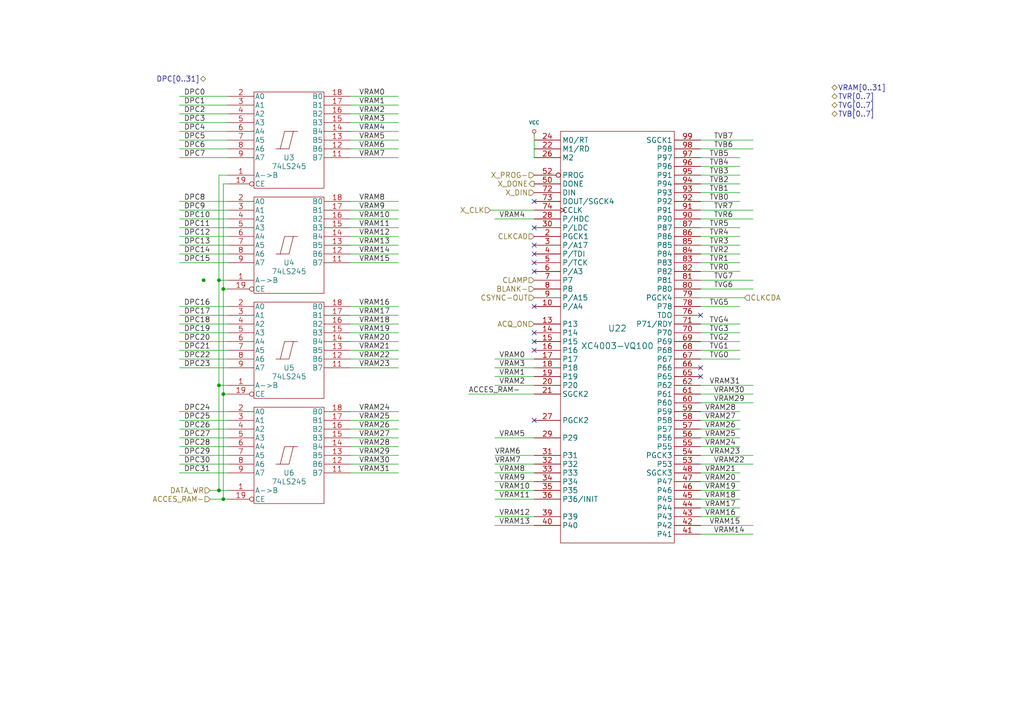
<source format=kicad_sch>
(kicad_sch (version 20200512) (host eeschema "(5.99.0-1722-g89c46e683-dirty)")
  (page 7 8)
  (paper "A4")
  (title_block (title "Video") (date "Sun 22 Mar 2015") (rev "2.0B") (company "Kicad EDA"))
  (lib_symbols
    (symbol "video_schlib:74LS245" (pin_names (offset 0.254))
      (property "Reference" "U" (at 2.54 14.605 0))
      (property "Value" "74LS245" (at 1.27 -14.605 0))
      (symbol "74LS245_0_1"
        (rectangle (start -10.16 13.97) (end 10.16 -13.97))
        (polyline (pts (xy 1.27 2.54) (xy 0 -2.54) (xy -2.54 -2.54)))
        (polyline (pts (xy 2.54 2.54) (xy -1.27 2.54) (xy -2.54 -2.54) (xy -3.81 -2.54)))
      )
      (symbol "74LS245_0_0"
        (pin power_in line (at 0 -13.97 90) (length 0) (name "GND") (number "10") hide)
        (pin power_in line (at 0 13.97 270) (length 0) (name "VCC") (number "20") hide)
      )
      (symbol "74LS245_1_1"
        (pin input line (at -17.78 -10.16 0) (length 7.62) (name "A->B") (number "1"))
        (pin tri_state line (at 17.78 -5.08 180) (length 7.62) (name "B7") (number "11"))
        (pin tri_state line (at 17.78 -2.54 180) (length 7.62) (name "B6") (number "12"))
        (pin tri_state line (at 17.78 0 180) (length 7.62) (name "B5") (number "13"))
        (pin tri_state line (at 17.78 2.54 180) (length 7.62) (name "B4") (number "14"))
        (pin tri_state line (at 17.78 5.08 180) (length 7.62) (name "B3") (number "15"))
        (pin tri_state line (at 17.78 7.62 180) (length 7.62) (name "B2") (number "16"))
        (pin tri_state line (at 17.78 10.16 180) (length 7.62) (name "B1") (number "17"))
        (pin tri_state line (at 17.78 12.7 180) (length 7.62) (name "B0") (number "18"))
        (pin input inverted (at -17.78 -12.7 0) (length 7.62) (name "CE") (number "19"))
        (pin tri_state line (at -17.78 12.7 0) (length 7.62) (name "A0") (number "2"))
        (pin tri_state line (at -17.78 10.16 0) (length 7.62) (name "A1") (number "3"))
        (pin tri_state line (at -17.78 7.62 0) (length 7.62) (name "A2") (number "4"))
        (pin tri_state line (at -17.78 5.08 0) (length 7.62) (name "A3") (number "5"))
        (pin tri_state line (at -17.78 2.54 0) (length 7.62) (name "A4") (number "6"))
        (pin tri_state line (at -17.78 0 0) (length 7.62) (name "A5") (number "7"))
        (pin tri_state line (at -17.78 -2.54 0) (length 7.62) (name "A6") (number "8"))
        (pin tri_state line (at -17.78 -5.08 0) (length 7.62) (name "A7") (number "9"))
      )
    )
    (symbol "video_schlib:VCC" (power) (pin_names (offset 0))
      (property "Value" "VCC" (at 0 2.54 0))
      (symbol "VCC_0_1"
        (circle (center 0 1.27) (radius 0.508))
        (polyline (pts (xy 0 0) (xy 0 0.762) (xy 0 0.762)))
      )
      (symbol "VCC_0_0"
        (pin power_in line (at 0 0 90) (length 0) (name "VCC") (number "1") hide)
      )
    )
    (symbol "video_schlib:XC4003-VQ100"
      (property "Reference" "U" (at 0 2.54 0))
      (property "Value" "XC4003-VQ100" (at 0 -2.54 0))
      (symbol "XC4003-VQ100_0_1"
        (rectangle (start -16.51 -59.69) (end 16.51 59.69))
      )
      (symbol "XC4003-VQ100_1_1"
        (pin power_in line (at -13.97 -59.69 90) (length 0) (name "GND") (number "1") hide)
        (pin passive line (at -24.13 8.89 0) (length 7.62) (name "P/A4") (number "10"))
        (pin power_in line (at 3.81 59.69 270) (length 0) (name "VCC") (number "100") hide)
        (pin power_in line (at -11.43 -59.69 90) (length 0) (name "GND") (number "11") hide)
        (pin power_in line (at -13.97 59.69 270) (length 0) (name "VCC") (number "12") hide)
        (pin bidirectional line (at -24.13 3.81 0) (length 7.62) (name "P13") (number "13"))
        (pin passive line (at -24.13 1.27 0) (length 7.62) (name "P14") (number "14"))
        (pin passive line (at -24.13 -1.27 0) (length 7.62) (name "P15") (number "15"))
        (pin passive line (at -24.13 -3.81 0) (length 7.62) (name "P16") (number "16"))
        (pin passive line (at -24.13 -6.35 0) (length 7.62) (name "P17") (number "17"))
        (pin passive line (at -24.13 -8.89 0) (length 7.62) (name "P18") (number "18"))
        (pin passive line (at -24.13 -11.43 0) (length 7.62) (name "P19") (number "19"))
        (pin passive line (at -24.13 29.21 0) (length 7.62) (name "PGCK1") (number "2"))
        (pin passive line (at -24.13 -13.97 0) (length 7.62) (name "P20") (number "20"))
        (pin passive line (at -24.13 -16.51 0) (length 7.62) (name "SGCK2") (number "21"))
        (pin input line (at -24.13 54.61 0) (length 7.62) (name "M1/RD") (number "22"))
        (pin power_in line (at -8.89 -59.69 90) (length 0) (name "GND") (number "23") hide)
        (pin input line (at -24.13 57.15 0) (length 7.62) (name "M0/RT") (number "24"))
        (pin power_in line (at -11.43 59.69 270) (length 0) (name "VCC") (number "25") hide)
        (pin passive line (at -24.13 52.07 0) (length 7.62) (name "M2") (number "26"))
        (pin passive line (at -24.13 -24.13 0) (length 7.62) (name "PGCK2") (number "27"))
        (pin passive line (at -24.13 34.29 0) (length 7.62) (name "P/HDC") (number "28"))
        (pin passive line (at -24.13 -29.21 0) (length 7.62) (name "P29") (number "29"))
        (pin passive line (at -24.13 26.67 0) (length 7.62) (name "P/A17") (number "3"))
        (pin passive line (at -24.13 31.75 0) (length 7.62) (name "P/LDC") (number "30"))
        (pin passive line (at -24.13 -34.29 0) (length 7.62) (name "P31") (number "31"))
        (pin passive line (at -24.13 -36.83 0) (length 7.62) (name "P32") (number "32"))
        (pin passive line (at -24.13 -39.37 0) (length 7.62) (name "P33") (number "33"))
        (pin passive line (at -24.13 -41.91 0) (length 7.62) (name "P34") (number "34"))
        (pin passive line (at -24.13 -44.45 0) (length 7.62) (name "P35") (number "35"))
        (pin passive line (at -24.13 -46.99 0) (length 7.62) (name "P36/INIT") (number "36"))
        (pin power_in line (at -8.89 59.69 270) (length 0) (name "VCC") (number "37") hide)
        (pin power_in line (at -6.35 -59.69 90) (length 0) (name "GND") (number "38") hide)
        (pin passive line (at -24.13 -52.07 0) (length 7.62) (name "P39") (number "39"))
        (pin passive line (at -24.13 24.13 0) (length 7.62) (name "P/TDI") (number "4"))
        (pin passive line (at -24.13 -54.61 0) (length 7.62) (name "P40") (number "40"))
        (pin passive line (at 24.13 -57.15 180) (length 7.62) (name "P41") (number "41"))
        (pin passive line (at 24.13 -54.61 180) (length 7.62) (name "P42") (number "42"))
        (pin passive line (at 24.13 -52.07 180) (length 7.62) (name "P43") (number "43"))
        (pin passive line (at 24.13 -49.53 180) (length 7.62) (name "P44") (number "44"))
        (pin passive line (at 24.13 -46.99 180) (length 7.62) (name "P45") (number "45"))
        (pin passive line (at 24.13 -44.45 180) (length 7.62) (name "P46") (number "46"))
        (pin passive line (at 24.13 -41.91 180) (length 7.62) (name "P47") (number "47"))
        (pin passive line (at 24.13 -39.37 180) (length 7.62) (name "SGCK3") (number "48"))
        (pin power_in line (at -3.81 -59.69 90) (length 0) (name "GND") (number "49") hide)
        (pin passive line (at -24.13 21.59 0) (length 7.62) (name "P/TCK") (number "5"))
        (pin open_collector line (at -24.13 44.45 0) (length 7.62) (name "DONE") (number "50"))
        (pin power_in line (at -6.35 59.69 270) (length 0) (name "VCC") (number "51") hide)
        (pin input inverted (at -24.13 46.99 0) (length 7.62) (name "PROG") (number "52"))
        (pin bidirectional line (at 24.13 -36.83 180) (length 7.62) (name "P53") (number "53"))
        (pin bidirectional line (at 24.13 -34.29 180) (length 7.62) (name "PGCK3") (number "54"))
        (pin passive line (at 24.13 -31.75 180) (length 7.62) (name "P55") (number "55"))
        (pin bidirectional line (at 24.13 -29.21 180) (length 7.62) (name "P56") (number "56"))
        (pin passive line (at 24.13 -26.67 180) (length 7.62) (name "P57") (number "57"))
        (pin passive line (at 24.13 -24.13 180) (length 7.62) (name "P58") (number "58"))
        (pin passive line (at 24.13 -21.59 180) (length 7.62) (name "P59") (number "59"))
        (pin passive line (at -24.13 19.05 0) (length 7.62) (name "P/A3") (number "6"))
        (pin passive line (at 24.13 -19.05 180) (length 7.62) (name "P60") (number "60"))
        (pin passive line (at 24.13 -16.51 180) (length 7.62) (name "P61") (number "61"))
        (pin passive line (at 24.13 -13.97 180) (length 7.62) (name "P62") (number "62"))
        (pin power_in line (at -3.81 59.69 270) (length 0) (name "VCC") (number "63") hide)
        (pin power_in line (at -1.27 -59.69 90) (length 0) (name "GND") (number "64") hide)
        (pin passive line (at 24.13 -11.43 180) (length 7.62) (name "P65") (number "65"))
        (pin passive line (at 24.13 -8.89 180) (length 7.62) (name "P66") (number "66"))
        (pin passive line (at 24.13 -6.35 180) (length 7.62) (name "P67") (number "67"))
        (pin passive line (at 24.13 -3.81 180) (length 7.62) (name "P68") (number "68"))
        (pin passive line (at 24.13 -1.27 180) (length 7.62) (name "P69") (number "69"))
        (pin passive line (at -24.13 16.51 0) (length 7.62) (name "P7") (number "7"))
        (pin passive line (at 24.13 1.27 180) (length 7.62) (name "P70") (number "70"))
        (pin passive line (at 24.13 3.81 180) (length 7.62) (name "P71/RDY") (number "71"))
        (pin passive line (at -24.13 41.91 0) (length 7.62) (name "DIN") (number "72"))
        (pin passive line (at -24.13 39.37 0) (length 7.62) (name "DOUT/SGCK4") (number "73"))
        (pin input clock (at -24.13 36.83 0) (length 7.62) (name "CCLK") (number "74"))
        (pin power_in line (at -1.27 59.69 270) (length 0) (name "VCC") (number "75") hide)
        (pin output line (at 24.13 6.35 180) (length 7.62) (name "TDO") (number "76"))
        (pin power_in line (at 1.27 -59.69 90) (length 0) (name "GND") (number "77") hide)
        (pin passive line (at 24.13 8.89 180) (length 7.62) (name "P78") (number "78"))
        (pin passive line (at 24.13 11.43 180) (length 7.62) (name "PGCK4") (number "79"))
        (pin passive line (at -24.13 13.97 0) (length 7.62) (name "P8") (number "8"))
        (pin passive line (at 24.13 13.97 180) (length 7.62) (name "P80") (number "80"))
        (pin passive line (at 24.13 16.51 180) (length 7.62) (name "P81") (number "81"))
        (pin passive line (at 24.13 19.05 180) (length 7.62) (name "P82") (number "82"))
        (pin passive line (at 24.13 21.59 180) (length 7.62) (name "P83") (number "83"))
        (pin passive line (at 24.13 24.13 180) (length 7.62) (name "P84") (number "84"))
        (pin passive line (at 24.13 26.67 180) (length 7.62) (name "P85") (number "85"))
        (pin passive line (at 24.13 29.21 180) (length 7.62) (name "P86") (number "86"))
        (pin passive line (at 24.13 31.75 180) (length 7.62) (name "P87") (number "87"))
        (pin power_in line (at 3.81 -59.69 90) (length 0) (name "GND") (number "88") hide)
        (pin power_in line (at 1.27 59.69 270) (length 0) (name "VCC") (number "89") hide)
        (pin passive line (at -24.13 11.43 0) (length 7.62) (name "P/A15") (number "9"))
        (pin bidirectional line (at 24.13 34.29 180) (length 7.62) (name "P90") (number "90"))
        (pin passive line (at 24.13 36.83 180) (length 7.62) (name "P91") (number "91"))
        (pin passive line (at 24.13 39.37 180) (length 7.62) (name "P92") (number "92"))
        (pin passive line (at 24.13 41.91 180) (length 7.62) (name "P93") (number "93"))
        (pin passive line (at 24.13 44.45 180) (length 7.62) (name "P94") (number "94"))
        (pin passive line (at 24.13 46.99 180) (length 7.62) (name "P91") (number "95"))
        (pin passive line (at 24.13 49.53 180) (length 7.62) (name "P96") (number "96"))
        (pin passive line (at 24.13 52.07 180) (length 7.62) (name "P97") (number "97"))
        (pin bidirectional line (at 24.13 54.61 180) (length 7.62) (name "P98") (number "98"))
        (pin bidirectional line (at 24.13 57.15 180) (length 7.62) (name "SGCK1") (number "99"))
      )
    )
  )
  (junction (at 59.055 81.28))
  (junction (at 63.5 81.28))
  (junction (at 63.5 111.76))
  (junction (at 63.5 142.24))
  (junction (at 64.77 83.82))
  (junction (at 64.77 114.3))
  (junction (at 64.77 144.78))
  (no_connect (at 154.94 76.2))
  (no_connect (at 154.94 78.74))
  (no_connect (at 203.2 106.68))
  (no_connect (at 154.94 101.6))
  (no_connect (at 154.94 96.52))
  (no_connect (at 154.94 73.66))
  (no_connect (at 154.94 71.12))
  (no_connect (at 154.94 88.9))
  (no_connect (at 154.94 58.42))
  (no_connect (at 154.94 99.06))
  (no_connect (at 203.2 91.44))
  (no_connect (at 154.94 66.04))
  (no_connect (at 154.94 121.92))
  (no_connect (at 203.2 109.22))
  (wire (pts (xy 60.96 142.24) (xy 63.5 142.24)))
  (wire (pts (xy 63.5 50.8) (xy 66.04 50.8)))
  (wire (pts (xy 63.5 81.28) (xy 63.5 50.8)))
  (wire (pts (xy 63.5 111.76) (xy 63.5 81.28)))
  (wire (pts (xy 63.5 142.24) (xy 63.5 111.76)))
  (wire (pts (xy 63.5 142.24) (xy 66.04 142.24)))
  (wire (pts (xy 64.77 53.34) (xy 66.04 53.34)))
  (wire (pts (xy 64.77 83.82) (xy 64.77 53.34)))
  (wire (pts (xy 64.77 114.3) (xy 64.77 83.82)))
  (wire (pts (xy 64.77 144.78) (xy 60.96 144.78)))
  (wire (pts (xy 64.77 144.78) (xy 64.77 114.3)))
  (wire (pts (xy 66.04 27.94) (xy 52.07 27.94)))
  (wire (pts (xy 66.04 30.48) (xy 52.07 30.48)))
  (wire (pts (xy 66.04 33.02) (xy 52.07 33.02)))
  (wire (pts (xy 66.04 35.56) (xy 52.07 35.56)))
  (wire (pts (xy 66.04 38.1) (xy 52.07 38.1)))
  (wire (pts (xy 66.04 40.64) (xy 52.07 40.64)))
  (wire (pts (xy 66.04 43.18) (xy 52.07 43.18)))
  (wire (pts (xy 66.04 45.72) (xy 52.07 45.72)))
  (wire (pts (xy 66.04 58.42) (xy 52.07 58.42)))
  (wire (pts (xy 66.04 60.96) (xy 52.07 60.96)))
  (wire (pts (xy 66.04 63.5) (xy 52.07 63.5)))
  (wire (pts (xy 66.04 66.04) (xy 52.07 66.04)))
  (wire (pts (xy 66.04 68.58) (xy 52.07 68.58)))
  (wire (pts (xy 66.04 71.12) (xy 52.07 71.12)))
  (wire (pts (xy 66.04 73.66) (xy 52.07 73.66)))
  (wire (pts (xy 66.04 76.2) (xy 52.07 76.2)))
  (wire (pts (xy 66.04 81.28) (xy 63.5 81.28)))
  (wire (pts (xy 66.04 83.82) (xy 64.77 83.82)))
  (wire (pts (xy 66.04 88.9) (xy 52.07 88.9)))
  (wire (pts (xy 66.04 91.44) (xy 52.07 91.44)))
  (wire (pts (xy 66.04 93.98) (xy 52.07 93.98)))
  (wire (pts (xy 66.04 96.52) (xy 52.07 96.52)))
  (wire (pts (xy 66.04 99.06) (xy 52.07 99.06)))
  (wire (pts (xy 66.04 101.6) (xy 52.07 101.6)))
  (wire (pts (xy 66.04 104.14) (xy 52.07 104.14)))
  (wire (pts (xy 66.04 106.68) (xy 52.07 106.68)))
  (wire (pts (xy 66.04 111.76) (xy 63.5 111.76)))
  (wire (pts (xy 66.04 114.3) (xy 64.77 114.3)))
  (wire (pts (xy 66.04 119.38) (xy 52.07 119.38)))
  (wire (pts (xy 66.04 121.92) (xy 52.07 121.92)))
  (wire (pts (xy 66.04 124.46) (xy 52.07 124.46)))
  (wire (pts (xy 66.04 127) (xy 52.07 127)))
  (wire (pts (xy 66.04 129.54) (xy 52.07 129.54)))
  (wire (pts (xy 66.04 132.08) (xy 52.07 132.08)))
  (wire (pts (xy 66.04 134.62) (xy 52.07 134.62)))
  (wire (pts (xy 66.04 137.16) (xy 52.07 137.16)))
  (wire (pts (xy 66.04 144.78) (xy 64.77 144.78)))
  (wire (pts (xy 101.6 27.94) (xy 115.57 27.94)))
  (wire (pts (xy 101.6 30.48) (xy 115.57 30.48)))
  (wire (pts (xy 101.6 33.02) (xy 115.57 33.02)))
  (wire (pts (xy 101.6 35.56) (xy 115.57 35.56)))
  (wire (pts (xy 101.6 38.1) (xy 115.57 38.1)))
  (wire (pts (xy 101.6 40.64) (xy 115.57 40.64)))
  (wire (pts (xy 101.6 43.18) (xy 115.57 43.18)))
  (wire (pts (xy 101.6 45.72) (xy 115.57 45.72)))
  (wire (pts (xy 101.6 58.42) (xy 115.57 58.42)))
  (wire (pts (xy 101.6 60.96) (xy 115.57 60.96)))
  (wire (pts (xy 101.6 63.5) (xy 115.57 63.5)))
  (wire (pts (xy 101.6 66.04) (xy 115.57 66.04)))
  (wire (pts (xy 101.6 68.58) (xy 115.57 68.58)))
  (wire (pts (xy 101.6 71.12) (xy 115.57 71.12)))
  (wire (pts (xy 101.6 73.66) (xy 115.57 73.66)))
  (wire (pts (xy 101.6 76.2) (xy 115.57 76.2)))
  (wire (pts (xy 101.6 88.9) (xy 115.57 88.9)))
  (wire (pts (xy 101.6 91.44) (xy 115.57 91.44)))
  (wire (pts (xy 101.6 93.98) (xy 115.57 93.98)))
  (wire (pts (xy 101.6 96.52) (xy 115.57 96.52)))
  (wire (pts (xy 101.6 99.06) (xy 115.57 99.06)))
  (wire (pts (xy 101.6 101.6) (xy 115.57 101.6)))
  (wire (pts (xy 101.6 104.14) (xy 115.57 104.14)))
  (wire (pts (xy 101.6 106.68) (xy 115.57 106.68)))
  (wire (pts (xy 101.6 119.38) (xy 115.57 119.38)))
  (wire (pts (xy 101.6 121.92) (xy 115.57 121.92)))
  (wire (pts (xy 101.6 124.46) (xy 115.57 124.46)))
  (wire (pts (xy 101.6 127) (xy 115.57 127)))
  (wire (pts (xy 101.6 129.54) (xy 115.57 129.54)))
  (wire (pts (xy 101.6 132.08) (xy 115.57 132.08)))
  (wire (pts (xy 101.6 134.62) (xy 115.57 134.62)))
  (wire (pts (xy 101.6 137.16) (xy 115.57 137.16)))
  (wire (pts (xy 143.51 63.5) (xy 154.94 63.5)))
  (wire (pts (xy 143.51 104.14) (xy 154.94 104.14)))
  (wire (pts (xy 143.51 106.68) (xy 154.94 106.68)))
  (wire (pts (xy 143.51 109.22) (xy 154.94 109.22)))
  (wire (pts (xy 143.51 111.76) (xy 154.94 111.76)))
  (wire (pts (xy 143.51 127) (xy 154.94 127)))
  (wire (pts (xy 143.51 137.16) (xy 154.94 137.16)))
  (wire (pts (xy 143.51 139.7) (xy 154.94 139.7)))
  (wire (pts (xy 143.51 142.24) (xy 154.94 142.24)))
  (wire (pts (xy 143.51 144.78) (xy 154.94 144.78)))
  (wire (pts (xy 143.51 149.86) (xy 154.94 149.86)))
  (wire (pts (xy 143.51 152.4) (xy 154.94 152.4)))
  (wire (pts (xy 154.94 40.64) (xy 154.94 39.37)))
  (wire (pts (xy 154.94 40.64) (xy 154.94 45.72)))
  (wire (pts (xy 154.94 60.96) (xy 142.24 60.96)))
  (wire (pts (xy 154.94 114.3) (xy 135.89 114.3)))
  (wire (pts (xy 154.94 132.08) (xy 143.51 132.08)))
  (wire (pts (xy 154.94 134.62) (xy 143.51 134.62)))
  (wire (pts (xy 203.2 45.72) (xy 214.63 45.72)))
  (wire (pts (xy 203.2 48.26) (xy 214.63 48.26)))
  (wire (pts (xy 203.2 50.8) (xy 214.63 50.8)))
  (wire (pts (xy 203.2 53.34) (xy 214.63 53.34)))
  (wire (pts (xy 203.2 55.88) (xy 214.63 55.88)))
  (wire (pts (xy 203.2 58.42) (xy 214.63 58.42)))
  (wire (pts (xy 203.2 66.04) (xy 214.63 66.04)))
  (wire (pts (xy 203.2 68.58) (xy 214.63 68.58)))
  (wire (pts (xy 203.2 71.12) (xy 214.63 71.12)))
  (wire (pts (xy 203.2 73.66) (xy 214.63 73.66)))
  (wire (pts (xy 203.2 76.2) (xy 214.63 76.2)))
  (wire (pts (xy 203.2 78.74) (xy 214.63 78.74)))
  (wire (pts (xy 203.2 86.36) (xy 215.9 86.36)))
  (wire (pts (xy 203.2 88.9) (xy 214.63 88.9)))
  (wire (pts (xy 203.2 93.98) (xy 214.63 93.98)))
  (wire (pts (xy 203.2 96.52) (xy 214.63 96.52)))
  (wire (pts (xy 203.2 99.06) (xy 214.63 99.06)))
  (wire (pts (xy 203.2 101.6) (xy 214.63 101.6)))
  (wire (pts (xy 203.2 104.14) (xy 214.63 104.14)))
  (wire (pts (xy 203.2 119.38) (xy 214.63 119.38)))
  (wire (pts (xy 203.2 121.92) (xy 214.63 121.92)))
  (wire (pts (xy 203.2 124.46) (xy 214.63 124.46)))
  (wire (pts (xy 203.2 127) (xy 214.63 127)))
  (wire (pts (xy 203.2 129.54) (xy 214.63 129.54)))
  (wire (pts (xy 203.2 137.16) (xy 214.63 137.16)))
  (wire (pts (xy 203.2 139.7) (xy 214.63 139.7)))
  (wire (pts (xy 203.2 142.24) (xy 214.63 142.24)))
  (wire (pts (xy 203.2 144.78) (xy 214.63 144.78)))
  (wire (pts (xy 203.2 147.32) (xy 214.63 147.32)))
  (wire (pts (xy 203.2 149.86) (xy 214.63 149.86)))
  (wire (pts (xy 218.44 40.64) (xy 203.2 40.64)))
  (wire (pts (xy 218.44 43.18) (xy 203.2 43.18)))
  (wire (pts (xy 218.44 60.96) (xy 203.2 60.96)))
  (wire (pts (xy 218.44 63.5) (xy 203.2 63.5)))
  (wire (pts (xy 218.44 81.28) (xy 203.2 81.28)))
  (wire (pts (xy 218.44 83.82) (xy 203.2 83.82)))
  (wire (pts (xy 218.44 111.76) (xy 203.2 111.76)))
  (wire (pts (xy 218.44 114.3) (xy 203.2 114.3)))
  (wire (pts (xy 218.44 116.84) (xy 203.2 116.84)))
  (wire (pts (xy 218.44 132.08) (xy 203.2 132.08)))
  (wire (pts (xy 218.44 134.62) (xy 203.2 134.62)))
  (wire (pts (xy 218.44 152.4) (xy 203.2 152.4)))
  (wire (pts (xy 218.44 154.94) (xy 203.2 154.94)))
  (label "DPC0" (at 53.34 27.94 0) (effects (font (size 1.524 1.524))))
  (label "DPC1" (at 53.34 30.48 0) (effects (font (size 1.524 1.524))))
  (label "DPC2" (at 53.34 33.02 0) (effects (font (size 1.524 1.524))))
  (label "DPC3" (at 53.34 35.56 0) (effects (font (size 1.524 1.524))))
  (label "DPC4" (at 53.34 38.1 0) (effects (font (size 1.524 1.524))))
  (label "DPC5" (at 53.34 40.64 0) (effects (font (size 1.524 1.524))))
  (label "DPC6" (at 53.34 43.18 0) (effects (font (size 1.524 1.524))))
  (label "DPC7" (at 53.34 45.72 0) (effects (font (size 1.524 1.524))))
  (label "DPC8" (at 53.34 58.42 0) (effects (font (size 1.524 1.524))))
  (label "DPC9" (at 53.34 60.96 0) (effects (font (size 1.524 1.524))))
  (label "DPC10" (at 53.34 63.5 0) (effects (font (size 1.524 1.524))))
  (label "DPC11" (at 53.34 66.04 0) (effects (font (size 1.524 1.524))))
  (label "DPC12" (at 53.34 68.58 0) (effects (font (size 1.524 1.524))))
  (label "DPC13" (at 53.34 71.12 0) (effects (font (size 1.524 1.524))))
  (label "DPC14" (at 53.34 73.66 0) (effects (font (size 1.524 1.524))))
  (label "DPC15" (at 53.34 76.2 0) (effects (font (size 1.524 1.524))))
  (label "DPC16" (at 53.34 88.9 0) (effects (font (size 1.524 1.524))))
  (label "DPC17" (at 53.34 91.44 0) (effects (font (size 1.524 1.524))))
  (label "DPC18" (at 53.34 93.98 0) (effects (font (size 1.524 1.524))))
  (label "DPC19" (at 53.34 96.52 0) (effects (font (size 1.524 1.524))))
  (label "DPC20" (at 53.34 99.06 0) (effects (font (size 1.524 1.524))))
  (label "DPC21" (at 53.34 101.6 0) (effects (font (size 1.524 1.524))))
  (label "DPC22" (at 53.34 104.14 0) (effects (font (size 1.524 1.524))))
  (label "DPC23" (at 53.34 106.68 0) (effects (font (size 1.524 1.524))))
  (label "DPC24" (at 53.34 119.38 0) (effects (font (size 1.524 1.524))))
  (label "DPC25" (at 53.34 121.92 0) (effects (font (size 1.524 1.524))))
  (label "DPC26" (at 53.34 124.46 0) (effects (font (size 1.524 1.524))))
  (label "DPC27" (at 53.34 127 0) (effects (font (size 1.524 1.524))))
  (label "DPC28" (at 53.34 129.54 0) (effects (font (size 1.524 1.524))))
  (label "DPC29" (at 53.34 132.08 0) (effects (font (size 1.524 1.524))))
  (label "DPC30" (at 53.34 134.62 0) (effects (font (size 1.524 1.524))))
  (label "DPC31" (at 53.34 137.16 0) (effects (font (size 1.524 1.524))))
  (label "VRAM0" (at 104.14 27.94 0) (effects (font (size 1.524 1.524))))
  (label "VRAM1" (at 104.14 30.48 0) (effects (font (size 1.524 1.524))))
  (label "VRAM2" (at 104.14 33.02 0) (effects (font (size 1.524 1.524))))
  (label "VRAM3" (at 104.14 35.56 0) (effects (font (size 1.524 1.524))))
  (label "VRAM4" (at 104.14 38.1 0) (effects (font (size 1.524 1.524))))
  (label "VRAM5" (at 104.14 40.64 0) (effects (font (size 1.524 1.524))))
  (label "VRAM6" (at 104.14 43.18 0) (effects (font (size 1.524 1.524))))
  (label "VRAM7" (at 104.14 45.72 0) (effects (font (size 1.524 1.524))))
  (label "VRAM8" (at 104.14 58.42 0) (effects (font (size 1.524 1.524))))
  (label "VRAM9" (at 104.14 60.96 0) (effects (font (size 1.524 1.524))))
  (label "VRAM10" (at 104.14 63.5 0) (effects (font (size 1.524 1.524))))
  (label "VRAM11" (at 104.14 66.04 0) (effects (font (size 1.524 1.524))))
  (label "VRAM12" (at 104.14 68.58 0) (effects (font (size 1.524 1.524))))
  (label "VRAM13" (at 104.14 71.12 0) (effects (font (size 1.524 1.524))))
  (label "VRAM14" (at 104.14 73.66 0) (effects (font (size 1.524 1.524))))
  (label "VRAM15" (at 104.14 76.2 0) (effects (font (size 1.524 1.524))))
  (label "VRAM16" (at 104.14 88.9 0) (effects (font (size 1.524 1.524))))
  (label "VRAM17" (at 104.14 91.44 0) (effects (font (size 1.524 1.524))))
  (label "VRAM18" (at 104.14 93.98 0) (effects (font (size 1.524 1.524))))
  (label "VRAM19" (at 104.14 96.52 0) (effects (font (size 1.524 1.524))))
  (label "VRAM20" (at 104.14 99.06 0) (effects (font (size 1.524 1.524))))
  (label "VRAM21" (at 104.14 101.6 0) (effects (font (size 1.524 1.524))))
  (label "VRAM22" (at 104.14 104.14 0) (effects (font (size 1.524 1.524))))
  (label "VRAM23" (at 104.14 106.68 0) (effects (font (size 1.524 1.524))))
  (label "VRAM24" (at 104.14 119.38 0) (effects (font (size 1.524 1.524))))
  (label "VRAM25" (at 104.14 121.92 0) (effects (font (size 1.524 1.524))))
  (label "VRAM26" (at 104.14 124.46 0) (effects (font (size 1.524 1.524))))
  (label "VRAM27" (at 104.14 127 0) (effects (font (size 1.524 1.524))))
  (label "VRAM28" (at 104.14 129.54 0) (effects (font (size 1.524 1.524))))
  (label "VRAM29" (at 104.14 132.08 0) (effects (font (size 1.524 1.524))))
  (label "VRAM30" (at 104.14 134.62 0) (effects (font (size 1.524 1.524))))
  (label "VRAM31" (at 104.14 137.16 0) (effects (font (size 1.524 1.524))))
  (label "ACCES_RAM-" (at 135.89 114.3 0) (effects (font (size 1.524 1.524))))
  (label "VRAM6" (at 143.51 132.08 0) (effects (font (size 1.524 1.524))))
  (label "VRAM7" (at 143.51 134.62 0) (effects (font (size 1.524 1.524))))
  (label "VRAM4" (at 144.78 63.5 0) (effects (font (size 1.524 1.524))))
  (label "VRAM0" (at 144.78 104.14 0) (effects (font (size 1.524 1.524))))
  (label "VRAM3" (at 144.78 106.68 0) (effects (font (size 1.524 1.524))))
  (label "VRAM1" (at 144.78 109.22 0) (effects (font (size 1.524 1.524))))
  (label "VRAM2" (at 144.78 111.76 0) (effects (font (size 1.524 1.524))))
  (label "VRAM5" (at 144.78 127 0) (effects (font (size 1.524 1.524))))
  (label "VRAM8" (at 144.78 137.16 0) (effects (font (size 1.524 1.524))))
  (label "VRAM9" (at 144.78 139.7 0) (effects (font (size 1.524 1.524))))
  (label "VRAM10" (at 144.78 142.24 0) (effects (font (size 1.524 1.524))))
  (label "VRAM11" (at 144.78 144.78 0) (effects (font (size 1.524 1.524))))
  (label "VRAM12" (at 144.78 149.86 0) (effects (font (size 1.524 1.524))))
  (label "VRAM13" (at 144.78 152.4 0) (effects (font (size 1.524 1.524))))
  (label "VRAM28" (at 204.47 119.38 0) (effects (font (size 1.524 1.524))))
  (label "VRAM27" (at 204.47 121.92 0) (effects (font (size 1.524 1.524))))
  (label "VRAM26" (at 204.47 124.46 0) (effects (font (size 1.524 1.524))))
  (label "VRAM25" (at 204.47 127 0) (effects (font (size 1.524 1.524))))
  (label "VRAM24" (at 204.47 129.54 0) (effects (font (size 1.524 1.524))))
  (label "VRAM21" (at 204.47 137.16 0) (effects (font (size 1.524 1.524))))
  (label "VRAM20" (at 204.47 139.7 0) (effects (font (size 1.524 1.524))))
  (label "VRAM19" (at 204.47 142.24 0) (effects (font (size 1.524 1.524))))
  (label "VRAM18" (at 204.47 144.78 0) (effects (font (size 1.524 1.524))))
  (label "VRAM17" (at 204.47 147.32 0) (effects (font (size 1.524 1.524))))
  (label "VRAM16" (at 204.47 149.86 0) (effects (font (size 1.524 1.524))))
  (label "TVB5" (at 205.74 45.72 0) (effects (font (size 1.524 1.524))))
  (label "TVB4" (at 205.74 48.26 0) (effects (font (size 1.524 1.524))))
  (label "TVB3" (at 205.74 50.8 0) (effects (font (size 1.524 1.524))))
  (label "TVB2" (at 205.74 53.34 0) (effects (font (size 1.524 1.524))))
  (label "TVB1" (at 205.74 55.88 0) (effects (font (size 1.524 1.524))))
  (label "TVB0" (at 205.74 58.42 0) (effects (font (size 1.524 1.524))))
  (label "TVR5" (at 205.74 66.04 0) (effects (font (size 1.524 1.524))))
  (label "TVR4" (at 205.74 68.58 0) (effects (font (size 1.524 1.524))))
  (label "TVR3" (at 205.74 71.12 0) (effects (font (size 1.524 1.524))))
  (label "TVR2" (at 205.74 73.66 0) (effects (font (size 1.524 1.524))))
  (label "TVR1" (at 205.74 76.2 0) (effects (font (size 1.524 1.524))))
  (label "TVR0" (at 205.74 78.74 0) (effects (font (size 1.524 1.524))))
  (label "TVG5" (at 205.74 88.9 0) (effects (font (size 1.524 1.524))))
  (label "TVG4" (at 205.74 93.98 0) (effects (font (size 1.524 1.524))))
  (label "TVG3" (at 205.74 96.52 0) (effects (font (size 1.524 1.524))))
  (label "TVG2" (at 205.74 99.06 0) (effects (font (size 1.524 1.524))))
  (label "TVG1" (at 205.74 101.6 0) (effects (font (size 1.524 1.524))))
  (label "TVG0" (at 205.74 104.14 0) (effects (font (size 1.524 1.524))))
  (label "VRAM31" (at 205.74 111.76 0) (effects (font (size 1.524 1.524))))
  (label "VRAM23" (at 205.74 132.08 0) (effects (font (size 1.524 1.524))))
  (label "VRAM15" (at 205.74 152.4 0) (effects (font (size 1.524 1.524))))
  (label "TVB7" (at 207.01 40.64 0) (effects (font (size 1.524 1.524))))
  (label "TVB6" (at 207.01 43.18 0) (effects (font (size 1.524 1.524))))
  (label "TVR7" (at 207.01 60.96 0) (effects (font (size 1.524 1.524))))
  (label "TVR6" (at 207.01 63.5 0) (effects (font (size 1.524 1.524))))
  (label "TVG7" (at 207.01 81.28 0) (effects (font (size 1.524 1.524))))
  (label "TVG6" (at 207.01 83.82 0) (effects (font (size 1.524 1.524))))
  (label "VRAM30" (at 207.01 114.3 0) (effects (font (size 1.524 1.524))))
  (label "VRAM29" (at 207.01 116.84 0) (effects (font (size 1.524 1.524))))
  (label "VRAM22" (at 207.01 134.62 0) (effects (font (size 1.524 1.524))))
  (label "VRAM14" (at 207.01 154.94 0) (effects (font (size 1.524 1.524))))
  (hierarchical_label "DPC[0..31]" (shape bidirectional) (at 59.69 22.86 180) (effects (font (size 1.524 1.524))))
  (hierarchical_label "DATA_WR" (shape input) (at 60.96 142.24 180) (effects (font (size 1.524 1.524))))
  (hierarchical_label "ACCES_RAM-" (shape input) (at 60.96 144.78 180) (effects (font (size 1.524 1.524))))
  (hierarchical_label "X_CLK" (shape input) (at 142.24 60.96 180) (effects (font (size 1.524 1.524))))
  (hierarchical_label "X_PROG-" (shape input) (at 154.94 50.8 180) (effects (font (size 1.524 1.524))))
  (hierarchical_label "X_DONE" (shape output) (at 154.94 53.34 180) (effects (font (size 1.524 1.524))))
  (hierarchical_label "X_DIN" (shape input) (at 154.94 55.88 180) (effects (font (size 1.524 1.524))))
  (hierarchical_label "CLKCAD" (shape input) (at 154.94 68.58 180) (effects (font (size 1.524 1.524))))
  (hierarchical_label "CLAMP" (shape input) (at 154.94 81.28 180) (effects (font (size 1.524 1.524))))
  (hierarchical_label "BLANK-" (shape input) (at 154.94 83.82 180) (effects (font (size 1.524 1.524))))
  (hierarchical_label "CSYNC-OUT" (shape input) (at 154.94 86.36 180) (effects (font (size 1.524 1.524))))
  (hierarchical_label "ACQ_ON" (shape input) (at 154.94 93.98 180) (effects (font (size 1.524 1.524))))
  (hierarchical_label "CLKCDA" (shape input) (at 215.9 86.36 0) (effects (font (size 1.524 1.524))))
  (hierarchical_label "VRAM[0..31]" (shape bidirectional) (at 241.3 25.4 0) (effects (font (size 1.524 1.524))))
  (hierarchical_label "TVR[0..7]" (shape bidirectional) (at 241.3 27.94 0) (effects (font (size 1.524 1.524))))
  (hierarchical_label "TVG[0..7]" (shape bidirectional) (at 241.3 30.48 0) (effects (font (size 1.524 1.524))))
  (hierarchical_label "TVB[0..7]" (shape bidirectional) (at 241.3 33.02 0) (effects (font (size 1.524 1.524))))
  (symbol (lib_id "video_schlib:VCC") (at 154.94 39.37 0) (unit 1)
    (property "Reference" "#PWR06" (effects hide))
    (property "Value" "VCC" (at 154.94 35.56 0) (effects (font (size 1.016 1.016))))
  )
  (symbol (lib_id "video_schlib:74LS245") (at 83.82 40.64 0) (unit 1)
    (property "Reference" "U3" (at 83.82 45.72 0) (effects (font (size 1.524 1.524))))
    (property "Value" "74LS245" (at 83.82 48.26 0) (effects (font (size 1.524 1.524))))
    (property "Footprint" "Package_SO:SOIC-20W_7.5x12.8mm_P1.27mm" (effects hide))
  )
  (symbol (lib_id "video_schlib:74LS245") (at 83.82 71.12 0) (unit 1)
    (property "Reference" "U4" (at 83.82 76.2 0) (effects (font (size 1.524 1.524))))
    (property "Value" "74LS245" (at 83.82 78.74 0) (effects (font (size 1.524 1.524))))
    (property "Footprint" "Package_SO:SOIC-20W_7.5x12.8mm_P1.27mm" (effects hide))
  )
  (symbol (lib_id "video_schlib:74LS245") (at 83.82 101.6 0) (unit 1)
    (property "Reference" "U5" (at 83.82 106.68 0) (effects (font (size 1.524 1.524))))
    (property "Value" "74LS245" (at 83.82 109.22 0) (effects (font (size 1.524 1.524))))
    (property "Footprint" "Package_SO:SOIC-20W_7.5x12.8mm_P1.27mm" (effects hide))
  )
  (symbol (lib_id "video_schlib:74LS245") (at 83.82 132.08 0) (unit 1)
    (property "Reference" "U6" (at 83.82 137.16 0) (effects (font (size 1.524 1.524))))
    (property "Value" "74LS245" (at 83.82 139.7 0) (effects (font (size 1.524 1.524))))
    (property "Footprint" "Package_SO:SOIC-20W_7.5x12.8mm_P1.27mm" (effects hide))
  )
  (symbol (lib_id "video_schlib:XC4003-VQ100") (at 179.07 97.79 0) (unit 1)
    (property "Reference" "U22" (at 179.07 95.25 0) (effects (font (size 1.778 1.778))))
    (property "Value" "XC4003-VQ100" (at 179.07 100.33 0) (effects (font (size 1.778 1.778))))
    (property "Footprint" "Package_QFP:TQFP-100_14x14mm_P0.5mm" (effects hide))
  )
)
</source>
